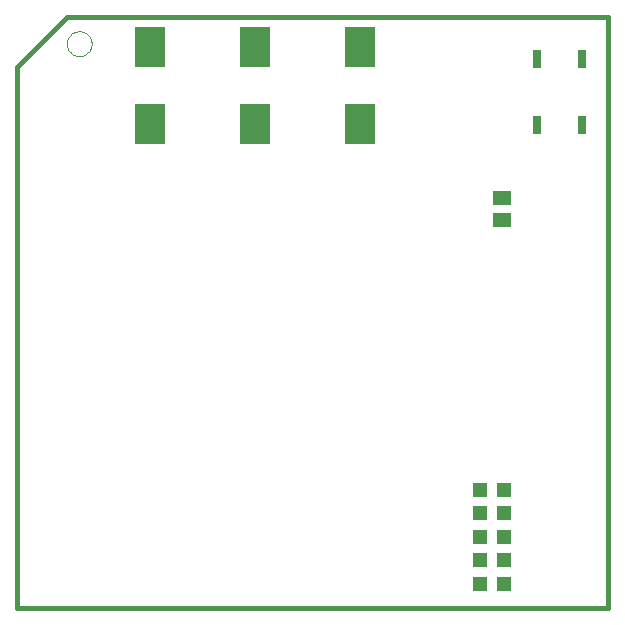
<source format=gtp>
G75*
%MOIN*%
%OFA0B0*%
%FSLAX24Y24*%
%IPPOS*%
%LPD*%
%AMOC8*
5,1,8,0,0,1.08239X$1,22.5*
%
%ADD10C,0.0160*%
%ADD11C,0.0000*%
%ADD12R,0.0472X0.0472*%
%ADD13R,0.0984X0.1378*%
%ADD14R,0.0300X0.0600*%
%ADD15R,0.0591X0.0512*%
D10*
X000180Y000180D02*
X019865Y000180D01*
X019865Y019865D01*
X001834Y019865D01*
X000180Y018211D01*
X000180Y000180D01*
D11*
X001834Y018979D02*
X001836Y019019D01*
X001842Y019060D01*
X001852Y019099D01*
X001865Y019137D01*
X001883Y019174D01*
X001904Y019208D01*
X001928Y019241D01*
X001955Y019271D01*
X001985Y019298D01*
X002018Y019322D01*
X002052Y019343D01*
X002089Y019361D01*
X002127Y019374D01*
X002166Y019384D01*
X002207Y019390D01*
X002247Y019392D01*
X002287Y019390D01*
X002328Y019384D01*
X002367Y019374D01*
X002405Y019361D01*
X002442Y019343D01*
X002476Y019322D01*
X002509Y019298D01*
X002539Y019271D01*
X002566Y019241D01*
X002590Y019208D01*
X002611Y019174D01*
X002629Y019137D01*
X002642Y019099D01*
X002652Y019060D01*
X002658Y019019D01*
X002660Y018979D01*
X002658Y018939D01*
X002652Y018898D01*
X002642Y018859D01*
X002629Y018821D01*
X002611Y018784D01*
X002590Y018750D01*
X002566Y018717D01*
X002539Y018687D01*
X002509Y018660D01*
X002476Y018636D01*
X002442Y018615D01*
X002405Y018597D01*
X002367Y018584D01*
X002328Y018574D01*
X002287Y018568D01*
X002247Y018566D01*
X002207Y018568D01*
X002166Y018574D01*
X002127Y018584D01*
X002089Y018597D01*
X002052Y018615D01*
X002018Y018636D01*
X001985Y018660D01*
X001955Y018687D01*
X001928Y018717D01*
X001904Y018750D01*
X001883Y018784D01*
X001865Y018821D01*
X001852Y018859D01*
X001842Y018898D01*
X001836Y018939D01*
X001834Y018979D01*
D12*
X015593Y004117D03*
X015593Y003330D03*
X015593Y002542D03*
X015593Y001755D03*
X015593Y000967D03*
X016420Y000967D03*
X016420Y001755D03*
X016420Y002542D03*
X016420Y003330D03*
X016420Y004117D03*
D13*
X011617Y016302D03*
X011617Y018861D03*
X008113Y018861D03*
X008113Y016302D03*
X004609Y016302D03*
X004609Y018861D03*
D14*
X017501Y018465D03*
X019001Y018465D03*
X019001Y016265D03*
X017501Y016265D03*
D15*
X016322Y013841D03*
X016322Y013093D03*
M02*

</source>
